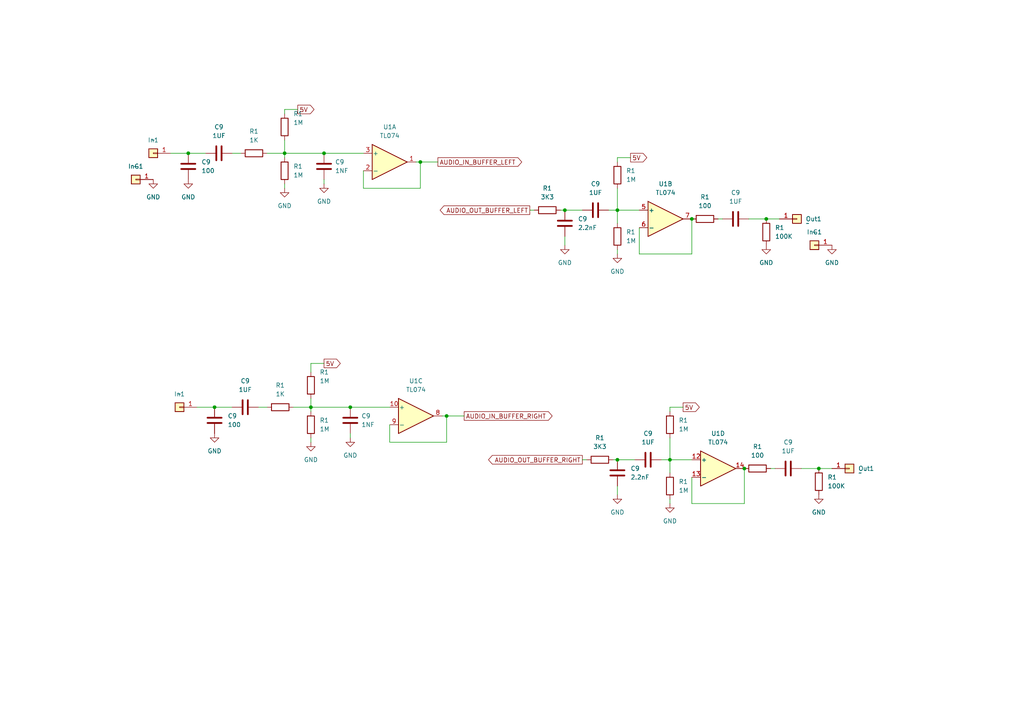
<source format=kicad_sch>
(kicad_sch (version 20230121) (generator eeschema)
  (paper "A4")
  (lib_symbols
    (symbol "Amplifier_Operational:TL074" (pin_names (offset 0.127))
      (property "Reference" "U" (at 0 5.08 0))
      (property "Value" "TL074" (at 0 -5.08 0))
      (symbol "TL074_1_1"
        (polyline (pts (xy -5.08 5.08) (xy 5.08 0) (xy -5.08 -5.08) (xy -5.08 5.08)) (stroke (width 0.254)) (fill (type background)))
        (pin output line (at 7.62 0 180) (length 2.54) (name "~") (number "1"))
        (pin input line (at -7.62 -2.54 0) (length 2.54) (name "-") (number "2"))
        (pin input line (at -7.62 2.54 0) (length 2.54) (name "+") (number "3"))
      )
      (symbol "TL074_2_1"
        (polyline (pts (xy -5.08 5.08) (xy 5.08 0) (xy -5.08 -5.08) (xy -5.08 5.08)) (stroke (width 0.254)) (fill (type background)))
        (pin input line (at -7.62 2.54 0) (length 2.54) (name "+") (number "5"))
        (pin input line (at -7.62 -2.54 0) (length 2.54) (name "-") (number "6"))
        (pin output line (at 7.62 0 180) (length 2.54) (name "~") (number "7"))
      )
      (symbol "TL074_3_1"
        (polyline (pts (xy -5.08 5.08) (xy 5.08 0) (xy -5.08 -5.08) (xy -5.08 5.08)) (stroke (width 0.254)) (fill (type background)))
        (pin input line (at -7.62 2.54 0) (length 2.54) (name "+") (number "10"))
        (pin output line (at 7.62 0 180) (length 2.54) (name "~") (number "8"))
        (pin input line (at -7.62 -2.54 0) (length 2.54) (name "-") (number "9"))
      )
      (symbol "TL074_4_1"
        (polyline (pts (xy -5.08 5.08) (xy 5.08 0) (xy -5.08 -5.08) (xy -5.08 5.08)) (stroke (width 0.254)) (fill (type background)))
        (pin input line (at -7.62 2.54 0) (length 2.54) (name "+") (number "12"))
        (pin input line (at -7.62 -2.54 0) (length 2.54) (name "-") (number "13"))
        (pin output line (at 7.62 0 180) (length 2.54) (name "~") (number "14"))
      )
      (symbol "TL074_5_1"
        (pin power_in line (at -2.54 -7.62 90) (length 3.81) (name "V-") (number "11"))
        (pin power_in line (at -2.54 7.62 270) (length 3.81) (name "V+") (number "4"))
      )
    )
    (symbol "Connector_Generic:Conn_01x01" (pin_names (offset 1.016) hide)
      (property "Reference" "J" (at 0 2.54 0))
      (property "Value" "Conn_01x01" (at 0 -2.54 0))
      (symbol "Conn_01x01_1_1"
        (rectangle (start -1.27 0.127) (end 0 -0.127) (stroke (width 0.1524)))
        (rectangle (start -1.27 1.27) (end 1.27 -1.27) (stroke (width 0.254)) (fill (type background)))
        (pin passive line (at -5.08 0 0) (length 3.81) (name "Pin_1") (number "1"))
      )
    )
    (symbol "Device:C" (pin_numbers hide) (pin_names (offset 0.254))
      (property "Reference" "C" (at 0.635 2.54 0))
      (property "Value" "C" (at 0.635 -2.54 0))
      (symbol "C_0_1"
        (polyline (pts (xy -2.032 -0.762) (xy 2.032 -0.762)) (stroke (width 0.508)))
        (polyline (pts (xy -2.032 0.762) (xy 2.032 0.762)) (stroke (width 0.508)))
      )
      (symbol "C_1_1"
        (pin passive line (at 0 3.81 270) (length 2.794) (name "~") (number "1"))
        (pin passive line (at 0 -3.81 90) (length 2.794) (name "~") (number "2"))
      )
    )
    (symbol "Device:R" (pin_numbers hide) (pin_names (offset 0))
      (property "Reference" "R" (at 2.032 0 90))
      (property "Value" "R" (at 0 0 90))
      (symbol "R_0_1"
        (rectangle (start -1.016 -2.54) (end 1.016 2.54) (stroke (width 0.254)))
      )
      (symbol "R_1_1"
        (pin passive line (at 0 3.81 270) (length 1.27) (name "~") (number "1"))
        (pin passive line (at 0 -3.81 90) (length 1.27) (name "~") (number "2"))
      )
    )
    (symbol "power:GND" (power) (pin_names (offset 0))
      (property "Value" "GND" (at 0 -3.81 0))
      (symbol "GND_0_1"
        (polyline (pts (xy 0 0) (xy 0 -1.27) (xy 1.27 -1.27) (xy 0 -2.54) (xy -1.27 -1.27) (xy 0 -1.27)))
      )
      (symbol "GND_1_1"
        (pin power_in line (at 0 0 270) (length 0) hide (name "GND") (number "1"))
      )
    )
  )
  (junction (at 163.83 60.96))
  (junction (at 90.17 118.11))
  (junction (at 93.98 44.45))
  (junction (at 101.6 118.11))
  (junction (at 179.07 133.35))
  (junction (at 237.49 135.89))
  (junction (at 200.66 63.5))
  (junction (at 222.25 63.5))
  (junction (at 215.9 135.89))
  (junction (at 121.92 46.99))
  (junction (at 82.55 44.45))
  (junction (at 54.61 44.45))
  (junction (at 62.23 118.11))
  (junction (at 179.07 60.96))
  (junction (at 129.54 120.65))
  (junction (at 194.31 133.35))
  (wire (pts (xy 179.07 54.61) (xy 179.07 60.96)))
  (wire (pts (xy 90.17 105.41) (xy 93.98 105.41)))
  (wire (pts (xy 77.47 44.45) (xy 82.55 44.45)))
  (wire (pts (xy 153.67 60.96) (xy 154.94 60.96)))
  (wire (pts (xy 232.41 135.89) (xy 237.49 135.89)))
  (wire (pts (xy 179.07 45.72) (xy 179.07 46.99)))
  (wire (pts (xy 163.83 68.58) (xy 163.83 71.12)))
  (wire (pts (xy 194.31 144.78) (xy 194.31 146.05)))
  (wire (pts (xy 185.42 66.04) (xy 185.42 73.66)))
  (wire (pts (xy 105.41 54.61) (xy 121.92 54.61)))
  (wire (pts (xy 121.92 54.61) (xy 121.92 46.99)))
  (wire (pts (xy 168.91 133.35) (xy 170.18 133.35)))
  (wire (pts (xy 93.98 44.45) (xy 105.41 44.45)))
  (wire (pts (xy 217.17 63.5) (xy 222.25 63.5)))
  (wire (pts (xy 101.6 125.73) (xy 101.6 127)))
  (wire (pts (xy 82.55 31.75) (xy 86.36 31.75)))
  (wire (pts (xy 237.49 135.89) (xy 241.3 135.89)))
  (wire (pts (xy 128.27 120.65) (xy 129.54 120.65)))
  (wire (pts (xy 129.54 120.65) (xy 134.62 120.65)))
  (wire (pts (xy 191.77 133.35) (xy 194.31 133.35)))
  (wire (pts (xy 90.17 118.11) (xy 101.6 118.11)))
  (wire (pts (xy 215.9 135.89) (xy 215.9 146.05)))
  (wire (pts (xy 129.54 128.27) (xy 129.54 120.65)))
  (wire (pts (xy 200.66 138.43) (xy 200.66 146.05)))
  (wire (pts (xy 179.07 133.35) (xy 184.15 133.35)))
  (wire (pts (xy 179.07 140.97) (xy 179.07 143.51)))
  (wire (pts (xy 90.17 105.41) (xy 90.17 107.95)))
  (wire (pts (xy 101.6 118.11) (xy 113.03 118.11)))
  (wire (pts (xy 82.55 40.64) (xy 82.55 44.45)))
  (wire (pts (xy 222.25 63.5) (xy 226.06 63.5)))
  (wire (pts (xy 179.07 60.96) (xy 179.07 64.77)))
  (wire (pts (xy 49.53 44.45) (xy 54.61 44.45)))
  (wire (pts (xy 177.8 133.35) (xy 179.07 133.35)))
  (wire (pts (xy 90.17 127) (xy 90.17 128.27)))
  (wire (pts (xy 90.17 115.57) (xy 90.17 118.11)))
  (wire (pts (xy 200.66 63.5) (xy 200.66 73.66)))
  (wire (pts (xy 185.42 73.66) (xy 200.66 73.66)))
  (wire (pts (xy 113.03 123.19) (xy 113.03 128.27)))
  (wire (pts (xy 194.31 133.35) (xy 194.31 137.16)))
  (wire (pts (xy 82.55 53.34) (xy 82.55 54.61)))
  (wire (pts (xy 208.28 63.5) (xy 209.55 63.5)))
  (wire (pts (xy 179.07 60.96) (xy 185.42 60.96)))
  (wire (pts (xy 194.31 118.11) (xy 194.31 119.38)))
  (wire (pts (xy 85.09 118.11) (xy 90.17 118.11)))
  (wire (pts (xy 82.55 44.45) (xy 82.55 45.72)))
  (wire (pts (xy 57.15 118.11) (xy 62.23 118.11)))
  (wire (pts (xy 74.93 118.11) (xy 77.47 118.11)))
  (wire (pts (xy 105.41 49.53) (xy 105.41 54.61)))
  (wire (pts (xy 162.56 60.96) (xy 163.83 60.96)))
  (wire (pts (xy 121.92 46.99) (xy 127 46.99)))
  (wire (pts (xy 90.17 118.11) (xy 90.17 119.38)))
  (wire (pts (xy 67.31 44.45) (xy 69.85 44.45)))
  (wire (pts (xy 163.83 60.96) (xy 168.91 60.96)))
  (wire (pts (xy 179.07 72.39) (xy 179.07 73.66)))
  (wire (pts (xy 200.66 146.05) (xy 215.9 146.05)))
  (wire (pts (xy 113.03 128.27) (xy 129.54 128.27)))
  (wire (pts (xy 120.65 46.99) (xy 121.92 46.99)))
  (wire (pts (xy 82.55 31.75) (xy 82.55 33.02)))
  (wire (pts (xy 194.31 127) (xy 194.31 133.35)))
  (wire (pts (xy 176.53 60.96) (xy 179.07 60.96)))
  (wire (pts (xy 93.98 52.07) (xy 93.98 53.34)))
  (wire (pts (xy 179.07 45.72) (xy 182.88 45.72)))
  (wire (pts (xy 194.31 118.11) (xy 198.12 118.11)))
  (wire (pts (xy 82.55 44.45) (xy 93.98 44.45)))
  (wire (pts (xy 194.31 133.35) (xy 200.66 133.35)))
  (wire (pts (xy 223.52 135.89) (xy 224.79 135.89)))
  (wire (pts (xy 62.23 118.11) (xy 67.31 118.11)))
  (wire (pts (xy 54.61 44.45) (xy 59.69 44.45)))
  (global_label "AUDIO_IN_BUFFER_LEFT" (shape output) (at 127 46.99 0) (property "Intersheetrefs" "${INTERSHEET_REFS}" (effects hide)))
  (global_label "5V" (shape output) (at 198.12 118.11 0) (property "Intersheetrefs" "${INTERSHEET_REFS}" (effects hide)))
  (global_label "5V" (shape output) (at 86.36 31.75 0) (property "Intersheetrefs" "${INTERSHEET_REFS}" (effects hide)))
  (global_label "5V" (shape output) (at 93.98 105.41 0) (property "Intersheetrefs" "${INTERSHEET_REFS}" (effects hide)))
  (global_label "AUDIO_IN_BUFFER_RIGHT" (shape output) (at 134.62 120.65 0) (property "Intersheetrefs" "${INTERSHEET_REFS}" (effects hide)))
  (global_label "AUDIO_OUT_BUFFER_RIGHT" (shape output) (at 168.91 133.35 180) (property "Intersheetrefs" "${INTERSHEET_REFS}" (effects hide)))
  (global_label "5V" (shape output) (at 182.88 45.72 0) (property "Intersheetrefs" "${INTERSHEET_REFS}" (effects hide)))
  (global_label "AUDIO_OUT_BUFFER_LEFT" (shape output) (at 153.67 60.96 180) (property "Intersheetrefs" "${INTERSHEET_REFS}" (effects hide)))
  (symbol (lib_id "power:GND") (at 44.45 52.07 0) (mirror y) (unit 1)
    (property "Reference" "#PWR034" (effects hide))
    (property "Value" "GND" (at 44.45 57.15 0))
    (instances (project "DaisySeedPedal1590b" (path "" (reference "#PWR034") (unit 1)) (path "" (reference "#PWR020") (unit 1))) (project "LPB1_Boost" (path "" (reference "#PWR05") (unit 1))) (project "Controls" (path "" (reference "#PWR034") (unit 1))) (project "funbox_v2" (path "" (reference "#PWR011") (unit 1)) (path "" (reference "#PWR05") (unit 1))))
  )
  (symbol (lib_id "Device:C") (at 163.83 64.77 0) (unit 1)
    (property "Reference" "C9" (at 167.64 63.5 0) (effects (justify left)))
    (property "Value" "2.2nF" (at 167.64 66.04 0) (effects (justify left)))
    (property "Footprint" "Capacitor_THT:C_Rect_L7.0mm_W2.5mm_P5.00mm" (effects hide))
    (instances (project "DaisySeedPedal1590b" (path "" (reference "C9") (unit 1))) (project "funbox_v2" (path "" (reference "C12") (unit 1)) (path "" (reference "C4") (unit 1))))
  )
  (symbol (lib_id "power:GND") (at 222.25 71.12 0) (unit 1)
    (property "Reference" "#PWR09" (effects hide))
    (property "Value" "GND" (at 222.25 76.2 0))
    (instances (project "DaisySeedPedal1590b" (path "" (reference "#PWR09") (unit 1))) (project "funbox_v2" (path "" (reference "#PWR010") (unit 1)) (path "" (reference "#PWR031") (unit 1))))
  )
  (symbol (lib_id "Device:C") (at 63.5 44.45 90) (unit 1)
    (property "Reference" "C9" (at 63.5 36.83 90))
    (property "Value" "1UF" (at 63.5 39.37 90))
    (property "Footprint" "Capacitor_THT:C_Rect_L7.0mm_W6.0mm_P5.00mm" (effects hide))
    (instances (project "DaisySeedPedal1590b" (path "" (reference "C9") (unit 1))) (project "funbox_v2" (path "" (reference "C1") (unit 1)) (path "" (reference "C11") (unit 1))))
  )
  (symbol (lib_id "Device:R") (at 194.31 123.19 0) (unit 1)
    (property "Reference" "R1" (at 196.85 121.9199 0) (effects (justify left)))
    (property "Value" "1M" (at 196.85 124.4599 0) (effects (justify left)))
    (property "Footprint" "Resistor_THT:R_Axial_DIN0207_L6.3mm_D2.5mm_P7.62mm_Horizontal" (effects hide))
    (instances (project "DaisySeedPedal1590b" (path "" (reference "R1") (unit 1))) (project "funbox_v2" (path "" (reference "R13") (unit 1)) (path "" (reference "R5") (unit 1))))
  )
  (symbol (lib_id "Amplifier_Operational:TL074") (at 113.03 46.99 0) (unit 1)
    (property "Reference" "U1" (at 113.03 36.83 0))
    (property "Value" "TL074" (at 113.03 39.37 0))
    (property "Footprint" "Package_DIP:DIP-14_W7.62mm" (effects hide))
    (property "Datasheet" "http://www.ti.com/lit/ds/symlink/tl071.pdf" (effects hide))
  )
  (symbol (lib_id "Device:R") (at 158.75 60.96 90) (unit 1)
    (property "Reference" "R1" (at 158.75 54.61 90))
    (property "Value" "3K3" (at 158.75 57.15 90))
    (property "Footprint" "Resistor_THT:R_Axial_DIN0207_L6.3mm_D2.5mm_P7.62mm_Horizontal" (effects hide))
    (instances (project "DaisySeedPedal1590b" (path "" (reference "R1") (unit 1))) (project "funbox_v2" (path "" (reference "R11") (unit 1)) (path "" (reference "R2") (unit 1))))
  )
  (symbol (lib_id "Device:R") (at 237.49 139.7 180) (unit 1)
    (property "Reference" "R1" (at 240.03 138.43 0) (effects (justify right)))
    (property "Value" "100K" (at 240.03 140.97 0) (effects (justify right)))
    (property "Footprint" "Resistor_THT:R_Axial_DIN0207_L6.3mm_D2.5mm_P7.62mm_Horizontal" (effects hide))
    (instances (project "DaisySeedPedal1590b" (path "" (reference "R1") (unit 1))) (project "funbox_v2" (path "" (reference "R18") (unit 1)) (path "" (reference "R17") (unit 1))))
  )
  (symbol (lib_id "Device:R") (at 173.99 133.35 90) (unit 1)
    (property "Reference" "R1" (at 173.99 127 90))
    (property "Value" "3K3" (at 173.99 129.54 90))
    (property "Footprint" "Resistor_THT:R_Axial_DIN0207_L6.3mm_D2.5mm_P7.62mm_Horizontal" (effects hide))
    (instances (project "DaisySeedPedal1590b" (path "" (reference "R1") (unit 1))) (project "funbox_v2" (path "" (reference "R10") (unit 1)) (path "" (reference "R1") (unit 1))))
  )
  (symbol (lib_id "power:GND") (at 194.31 146.05 0) (unit 1)
    (property "Reference" "#PWR09" (effects hide))
    (property "Value" "GND" (at 194.31 151.13 0))
    (instances (project "DaisySeedPedal1590b" (path "" (reference "#PWR09") (unit 1))) (project "funbox_v2" (path "" (reference "#PWR027") (unit 1)) (path "" (reference "#PWR010") (unit 1))))
  )
  (symbol (lib_id "Device:C") (at 54.61 48.26 0) (unit 1)
    (property "Reference" "C9" (at 58.42 46.99 0) (effects (justify left)))
    (property "Value" "100" (at 58.42 49.53 0) (effects (justify left)))
    (property "Footprint" "Capacitor_THT:C_Rect_L7.0mm_W2.5mm_P5.00mm" (effects hide))
    (instances (project "DaisySeedPedal1590b" (path "" (reference "C9") (unit 1))) (project "funbox_v2" (path "" (reference "C2") (unit 1)) (path "" (reference "C2") (unit 1))))
  )
  (symbol (lib_id "power:GND") (at 82.55 54.61 0) (unit 1)
    (property "Reference" "#PWR09" (effects hide))
    (property "Value" "GND" (at 82.55 59.69 0))
    (instances (project "DaisySeedPedal1590b" (path "" (reference "#PWR09") (unit 1))) (project "funbox_v2" (path "" (reference "#PWR05") (unit 1)) (path "" (reference "#PWR023") (unit 1))))
  )
  (symbol (lib_id "Amplifier_Operational:TL074") (at 120.65 120.65 0) (unit 3)
    (property "Reference" "U1" (at 120.65 110.49 0))
    (property "Value" "TL074" (at 120.65 113.03 0))
    (property "Footprint" "Package_DIP:DIP-14_W7.62mm" (effects hide))
    (property "Datasheet" "http://www.ti.com/lit/ds/symlink/tl071.pdf" (effects hide))
  )
  (symbol (lib_id "Amplifier_Operational:TL074") (at 193.04 63.5 0) (unit 2)
    (property "Reference" "U1" (at 193.04 53.34 0))
    (property "Value" "TL074" (at 193.04 55.88 0))
    (property "Footprint" "Package_DIP:DIP-14_W7.62mm" (effects hide))
    (property "Datasheet" "http://www.ti.com/lit/ds/symlink/tl071.pdf" (effects hide))
  )
  (symbol (lib_id "Device:C") (at 62.23 121.92 0) (unit 1)
    (property "Reference" "C9" (at 66.04 120.65 0) (effects (justify left)))
    (property "Value" "100" (at 66.04 123.19 0) (effects (justify left)))
    (property "Footprint" "Capacitor_THT:C_Rect_L7.0mm_W2.5mm_P5.00mm" (effects hide))
    (instances (project "DaisySeedPedal1590b" (path "" (reference "C9") (unit 1))) (project "funbox_v2" (path "" (reference "C11") (unit 1)) (path "" (reference "C1") (unit 1))))
  )
  (symbol (lib_id "Device:C") (at 101.6 121.92 180) (unit 1)
    (property "Reference" "C9" (at 104.8084 120.65 0) (effects (justify right)))
    (property "Value" "1NF" (at 104.8084 123.19 0) (effects (justify right)))
    (property "Footprint" "Capacitor_THT:C_Rect_L7.0mm_W2.5mm_P5.00mm" (effects hide))
    (instances (project "DaisySeedPedal1590b" (path "" (reference "C9") (unit 1))) (project "funbox_v2" (path "" (reference "C16") (unit 1)) (path "" (reference "C14") (unit 1))))
  )
  (symbol (lib_id "power:GND") (at 237.49 143.51 0) (unit 1)
    (property "Reference" "#PWR09" (effects hide))
    (property "Value" "GND" (at 237.49 148.59 0))
    (instances (project "DaisySeedPedal1590b" (path "" (reference "#PWR09") (unit 1))) (project "funbox_v2" (path "" (reference "#PWR037") (unit 1)) (path "" (reference "#PWR029") (unit 1))))
  )
  (symbol (lib_id "power:GND") (at 163.83 71.12 0) (unit 1)
    (property "Reference" "#PWR09" (effects hide))
    (property "Value" "GND" (at 163.83 76.2 0))
  )
  (symbol (lib_id "power:GND") (at 62.23 125.73 0) (unit 1)
    (property "Reference" "#PWR09" (effects hide))
    (property "Value" "GND" (at 62.23 130.81 0))
    (instances (project "DaisySeedPedal1590b" (path "" (reference "#PWR09") (unit 1))) (project "funbox_v2" (path "" (reference "#PWR023") (unit 1)) (path "" (reference "#PWR06") (unit 1))))
  )
  (symbol (lib_id "Connector_Generic:Conn_01x01") (at 52.07 118.11 180) (unit 1)
    (property "Reference" "In1" (at 52.07 114.3 0))
    (property "Value" "~" (at 52.07 114.3 0))
    (property "Footprint" "TestPoint:TestPoint_THTPad_D2.0mm_Drill1.0mm" (effects hide))
    (instances (project "LPB1_Boost" (path "" (reference "In1") (unit 1))) (project "funbox_v2" (path "" (reference "In2") (unit 1)) (path "" (reference "In1") (unit 1))))
  )
  (symbol (lib_id "Device:R") (at 204.47 63.5 90) (unit 1)
    (property "Reference" "R1" (at 204.47 57.15 90))
    (property "Value" "100" (at 204.47 59.69 90))
    (property "Footprint" "Resistor_THT:R_Axial_DIN0207_L6.3mm_D2.5mm_P7.62mm_Horizontal" (effects hide))
    (instances (project "DaisySeedPedal1590b" (path "" (reference "R1") (unit 1))) (project "funbox_v2" (path "" (reference "R4") (unit 1)) (path "" (reference "R16") (unit 1))))
  )
  (symbol (lib_id "Connector_Generic:Conn_01x01") (at 246.38 135.89 0) (unit 1)
    (property "Reference" "Out1" (at 248.92 135.89 0) (effects (justify left)))
    (property "Value" "~" (at 248.92 137.16 0) (effects (justify left)))
    (property "Footprint" "TestPoint:TestPoint_THTPad_D2.0mm_Drill1.0mm" (effects hide))
    (instances (project "LPB1_Boost" (path "" (reference "Out1") (unit 1))) (project "funbox_v2" (path "" (reference "Out2") (unit 1)) (path "" (reference "Out1") (unit 1))))
  )
  (symbol (lib_id "Connector_Generic:Conn_01x01") (at 44.45 44.45 180) (unit 1)
    (property "Reference" "In1" (at 44.45 40.64 0))
    (property "Value" "~" (at 44.45 40.64 0))
    (property "Footprint" "TestPoint:TestPoint_THTPad_D2.0mm_Drill1.0mm" (effects hide))
    (instances (project "LPB1_Boost" (path "" (reference "In1") (unit 1))) (project "funbox_v2" (path "" (reference "In1") (unit 1)) (path "" (reference "In2") (unit 1))))
  )
  (symbol (lib_id "Device:R") (at 82.55 49.53 0) (unit 1)
    (property "Reference" "R1" (at 85.09 48.2599 0) (effects (justify left)))
    (property "Value" "1M" (at 85.09 50.7999 0) (effects (justify left)))
    (property "Footprint" "Resistor_THT:R_Axial_DIN0207_L6.3mm_D2.5mm_P7.62mm_Horizontal" (effects hide))
    (instances (project "DaisySeedPedal1590b" (path "" (reference "R1") (unit 1))) (project "funbox_v2" (path "" (reference "R1") (unit 1)) (path "" (reference "R14") (unit 1))))
  )
  (symbol (lib_id "power:GND") (at 101.6 127 0) (unit 1)
    (property "Reference" "#PWR09" (effects hide))
    (property "Value" "GND" (at 101.6 132.08 0))
    (instances (project "DaisySeedPedal1590b" (path "" (reference "#PWR09") (unit 1))) (project "funbox_v2" (path "" (reference "#PWR031") (unit 1)) (path "" (reference "#PWR025") (unit 1))))
  )
  (symbol (lib_id "Device:R") (at 179.07 50.8 0) (unit 1)
    (property "Reference" "R1" (at 181.61 49.5299 0) (effects (justify left)))
    (property "Value" "1M" (at 181.61 52.0699 0) (effects (justify left)))
    (property "Footprint" "Resistor_THT:R_Axial_DIN0207_L6.3mm_D2.5mm_P7.62mm_Horizontal" (effects hide))
    (instances (project "DaisySeedPedal1590b" (path "" (reference "R1") (unit 1))) (project "funbox_v2" (path "" (reference "R5") (unit 1)) (path "" (reference "R7") (unit 1))))
  )
  (symbol (lib_id "Connector_Generic:Conn_01x01") (at 236.22 71.12 180) (unit 1)
    (property "Reference" "InG1" (at 236.22 67.31 0))
    (property "Value" "~" (at 236.22 67.31 0))
    (property "Footprint" "TestPoint:TestPoint_THTPad_D2.0mm_Drill1.0mm" (effects hide))
    (instances (project "LPB1_Boost" (path "" (reference "InG1") (unit 1))) (project "funbox_v2" (path "" (reference "OutG1") (unit 1)) (path "" (reference "InG2") (unit 1))))
  )
  (symbol (lib_id "Device:C") (at 187.96 133.35 90) (unit 1)
    (property "Reference" "C9" (at 187.96 125.73 90))
    (property "Value" "1UF" (at 187.96 128.27 90))
    (property "Footprint" "Capacitor_THT:C_Rect_L7.0mm_W6.0mm_P5.00mm" (effects hide))
    (instances (project "DaisySeedPedal1590b" (path "" (reference "C9") (unit 1))) (project "funbox_v2" (path "" (reference "C15") (unit 1)) (path "" (reference "C12") (unit 1))))
  )
  (symbol (lib_id "Device:C") (at 172.72 60.96 90) (unit 1)
    (property "Reference" "C9" (at 172.72 53.34 90))
    (property "Value" "1UF" (at 172.72 55.88 90))
    (property "Footprint" "Capacitor_THT:C_Rect_L7.0mm_W6.0mm_P5.00mm" (effects hide))
    (instances (project "DaisySeedPedal1590b" (path "" (reference "C9") (unit 1))) (project "funbox_v2" (path "" (reference "C4") (unit 1)) (path "" (reference "C13") (unit 1))))
  )
  (symbol (lib_id "power:GND") (at 241.3 71.12 0) (mirror y) (unit 1)
    (property "Reference" "#PWR034" (effects hide))
    (property "Value" "GND" (at 241.3 76.2 0))
    (instances (project "DaisySeedPedal1590b" (path "" (reference "#PWR034") (unit 1)) (path "" (reference "#PWR020") (unit 1))) (project "LPB1_Boost" (path "" (reference "#PWR05") (unit 1))) (project "Controls" (path "" (reference "#PWR034") (unit 1))) (project "funbox_v2" (path "" (reference "#PWR012") (unit 1)) (path "" (reference "#PWR037") (unit 1))))
  )
  (symbol (lib_id "Connector_Generic:Conn_01x01") (at 39.37 52.07 180) (unit 1)
    (property "Reference" "InG1" (at 39.37 48.26 0))
    (property "Value" "~" (at 39.37 48.26 0))
    (property "Footprint" "TestPoint:TestPoint_THTPad_D2.0mm_Drill1.0mm" (effects hide))
  )
  (symbol (lib_id "Connector_Generic:Conn_01x01") (at 231.14 63.5 0) (unit 1)
    (property "Reference" "Out1" (at 233.68 63.5 0) (effects (justify left)))
    (property "Value" "~" (at 233.68 64.77 0) (effects (justify left)))
    (property "Footprint" "TestPoint:TestPoint_THTPad_D2.0mm_Drill1.0mm" (effects hide))
    (instances (project "LPB1_Boost" (path "" (reference "Out1") (unit 1))) (project "funbox_v2" (path "" (reference "Out1") (unit 1)) (path "" (reference "Out2") (unit 1))))
  )
  (symbol (lib_id "Device:R") (at 90.17 111.76 0) (unit 1)
    (property "Reference" "R1" (at 92.71 107.95 0) (effects (justify left)))
    (property "Value" "1M" (at 92.71 110.49 0) (effects (justify left)))
    (property "Footprint" "Resistor_THT:R_Axial_DIN0207_L6.3mm_D2.5mm_P7.62mm_Horizontal" (effects hide))
    (instances (project "DaisySeedPedal1590b" (path "" (reference "R1") (unit 1))) (project "funbox_v2" (path "" (reference "R15") (unit 1)) (path "" (reference "R11") (unit 1))))
  )
  (symbol (lib_id "Device:R") (at 73.66 44.45 90) (unit 1)
    (property "Reference" "R1" (at 73.66 38.1 90))
    (property "Value" "1K" (at 73.66 40.64 90))
    (property "Footprint" "Resistor_THT:R_Axial_DIN0207_L6.3mm_D2.5mm_P7.62mm_Horizontal" (effects hide))
    (instances (project "DaisySeedPedal1590b" (path "" (reference "R1") (unit 1))) (project "funbox_v2" (path "" (reference "R3") (unit 1)) (path "" (reference "R4") (unit 1))))
  )
  (symbol (lib_id "Device:R") (at 90.17 123.19 0) (unit 1)
    (property "Reference" "R1" (at 92.71 121.9199 0) (effects (justify left)))
    (property "Value" "1M" (at 92.71 124.4599 0) (effects (justify left)))
    (property "Footprint" "Resistor_THT:R_Axial_DIN0207_L6.3mm_D2.5mm_P7.62mm_Horizontal" (effects hide))
    (instances (project "DaisySeedPedal1590b" (path "" (reference "R1") (unit 1))) (project "funbox_v2" (path "" (reference "R16") (unit 1)) (path "" (reference "R12") (unit 1))))
  )
  (symbol (lib_id "power:GND") (at 179.07 143.51 0) (unit 1)
    (property "Reference" "#PWR09" (effects hide))
    (property "Value" "GND" (at 179.07 148.59 0))
    (instances (project "DaisySeedPedal1590b" (path "" (reference "#PWR09") (unit 1))) (project "funbox_v2" (path "" (reference "#PWR025") (unit 1)) (path "" (reference "#PWR08") (unit 1))))
  )
  (symbol (lib_id "Amplifier_Operational:TL074") (at 208.28 135.89 0) (unit 4)
    (property "Reference" "U1" (at 208.28 125.73 0))
    (property "Value" "TL074" (at 208.28 128.27 0))
    (property "Footprint" "Package_DIP:DIP-14_W7.62mm" (effects hide))
    (property "Datasheet" "http://www.ti.com/lit/ds/symlink/tl071.pdf" (effects hide))
  )
  (symbol (lib_id "Device:R") (at 222.25 67.31 180) (unit 1)
    (property "Reference" "R1" (at 224.79 66.04 0) (effects (justify right)))
    (property "Value" "100K" (at 224.79 68.58 0) (effects (justify right)))
    (property "Footprint" "Resistor_THT:R_Axial_DIN0207_L6.3mm_D2.5mm_P7.62mm_Horizontal" (effects hide))
    (instances (project "DaisySeedPedal1590b" (path "" (reference "R1") (unit 1))) (project "funbox_v2" (path "" (reference "R7") (unit 1)) (path "" (reference "R18") (unit 1))))
  )
  (symbol (lib_id "power:GND") (at 179.07 73.66 0) (unit 1)
    (property "Reference" "#PWR09" (effects hide))
    (property "Value" "GND" (at 179.07 78.74 0))
    (instances (project "DaisySeedPedal1590b" (path "" (reference "#PWR09") (unit 1))) (project "funbox_v2" (path "" (reference "#PWR08") (unit 1)) (path "" (reference "#PWR011") (unit 1))))
  )
  (symbol (lib_id "power:GND") (at 54.61 52.07 0) (unit 1)
    (property "Reference" "#PWR09" (effects hide))
    (property "Value" "GND" (at 54.61 57.15 0))
    (instances (project "DaisySeedPedal1590b" (path "" (reference "#PWR09") (unit 1))) (project "funbox_v2" (path "" (reference "#PWR06") (unit 1)) (path "" (reference "#PWR07") (unit 1))))
  )
  (symbol (lib_id "Device:C") (at 179.07 137.16 0) (unit 1)
    (property "Reference" "C9" (at 182.88 135.89 0) (effects (justify left)))
    (property "Value" "2.2nF" (at 182.88 138.43 0) (effects (justify left)))
    (property "Footprint" "Capacitor_THT:C_Rect_L7.0mm_W2.5mm_P5.00mm" (effects hide))
    (instances (project "DaisySeedPedal1590b" (path "" (reference "C9") (unit 1))) (project "funbox_v2" (path "" (reference "C13") (unit 1)) (path "" (reference "C3") (unit 1))))
  )
  (symbol (lib_id "Device:C") (at 213.36 63.5 270) (unit 1)
    (property "Reference" "C9" (at 213.36 55.88 90))
    (property "Value" "1UF" (at 213.36 58.42 90))
    (property "Footprint" "Capacitor_THT:C_Rect_L7.0mm_W6.0mm_P5.00mm" (effects hide))
    (instances (project "DaisySeedPedal1590b" (path "" (reference "C9") (unit 1))) (project "funbox_v2" (path "" (reference "C5") (unit 1)) (path "" (reference "C17") (unit 1))))
  )
  (symbol (lib_id "Device:C") (at 228.6 135.89 270) (unit 1)
    (property "Reference" "C9" (at 228.6 128.27 90))
    (property "Value" "1UF" (at 228.6 130.81 90))
    (property "Footprint" "Capacitor_THT:C_Rect_L7.0mm_W6.0mm_P5.00mm" (effects hide))
    (instances (project "DaisySeedPedal1590b" (path "" (reference "C9") (unit 1))) (project "funbox_v2" (path "" (reference "C17") (unit 1)) (path "" (reference "C16") (unit 1))))
  )
  (symbol (lib_id "Device:R") (at 194.31 140.97 0) (unit 1)
    (property "Reference" "R1" (at 196.85 139.6999 0) (effects (justify left)))
    (property "Value" "1M" (at 196.85 142.2399 0) (effects (justify left)))
    (property "Footprint" "Resistor_THT:R_Axial_DIN0207_L6.3mm_D2.5mm_P7.62mm_Horizontal" (effects hide))
    (instances (project "DaisySeedPedal1590b" (path "" (reference "R1") (unit 1))) (project "funbox_v2" (path "" (reference "R14") (unit 1)) (path "" (reference "R6") (unit 1))))
  )
  (symbol (lib_id "Device:R") (at 81.28 118.11 90) (unit 1)
    (property "Reference" "R1" (at 81.28 111.76 90))
    (property "Value" "1K" (at 81.28 114.3 90))
    (property "Footprint" "Resistor_THT:R_Axial_DIN0207_L6.3mm_D2.5mm_P7.62mm_Horizontal" (effects hide))
    (instances (project "DaisySeedPedal1590b" (path "" (reference "R1") (unit 1))) (project "funbox_v2" (path "" (reference "R12") (unit 1)) (path "" (reference "R3") (unit 1))))
  )
  (symbol (lib_id "Device:R") (at 219.71 135.89 90) (unit 1)
    (property "Reference" "R1" (at 219.71 129.54 90))
    (property "Value" "100" (at 219.71 132.08 90))
    (property "Footprint" "Resistor_THT:R_Axial_DIN0207_L6.3mm_D2.5mm_P7.62mm_Horizontal" (effects hide))
    (instances (project "DaisySeedPedal1590b" (path "" (reference "R1") (unit 1))) (project "funbox_v2" (path "" (reference "R17") (unit 1)) (path "" (reference "R15") (unit 1))))
  )
  (symbol (lib_id "Device:R") (at 179.07 68.58 0) (unit 1)
    (property "Reference" "R1" (at 181.61 67.3099 0) (effects (justify left)))
    (property "Value" "1M" (at 181.61 69.8499 0) (effects (justify left)))
    (property "Footprint" "Resistor_THT:R_Axial_DIN0207_L6.3mm_D2.5mm_P7.62mm_Horizontal" (effects hide))
    (instances (project "DaisySeedPedal1590b" (path "" (reference "R1") (unit 1))) (project "funbox_v2" (path "" (reference "R6") (unit 1)) (path "" (reference "R10") (unit 1))))
  )
  (symbol (lib_id "power:GND") (at 93.98 53.34 0) (unit 1)
    (property "Reference" "#PWR09" (effects hide))
    (property "Value" "GND" (at 93.98 58.42 0))
    (instances (project "DaisySeedPedal1590b" (path "" (reference "#PWR09") (unit 1))) (project "funbox_v2" (path "" (reference "#PWR07") (unit 1)) (path "" (reference "#PWR027") (unit 1))))
  )
  (symbol (lib_id "power:GND") (at 90.17 128.27 0) (unit 1)
    (property "Reference" "#PWR09" (effects hide))
    (property "Value" "GND" (at 90.17 133.35 0))
    (instances (project "DaisySeedPedal1590b" (path "" (reference "#PWR09") (unit 1))) (project "funbox_v2" (path "" (reference "#PWR029") (unit 1)) (path "" (reference "#PWR012") (unit 1))))
  )
  (symbol (lib_id "Device:R") (at 82.55 36.83 0) (unit 1)
    (property "Reference" "R1" (at 85.09 33.02 0) (effects (justify left)))
    (property "Value" "1M" (at 85.09 35.56 0) (effects (justify left)))
    (property "Footprint" "Resistor_THT:R_Axial_DIN0207_L6.3mm_D2.5mm_P7.62mm_Horizontal" (effects hide))
    (instances (project "DaisySeedPedal1590b" (path "" (reference "R1") (unit 1))) (project "funbox_v2" (path "" (reference "R2") (unit 1)) (path "" (reference "R13") (unit 1))))
  )
  (symbol (lib_id "Device:C") (at 93.98 48.26 180) (unit 1)
    (property "Reference" "C9" (at 97.1884 46.99 0) (effects (justify right)))
    (property "Value" "1NF" (at 97.1884 49.53 0) (effects (justify right)))
    (property "Footprint" "Capacitor_THT:C_Rect_L7.0mm_W2.5mm_P5.00mm" (effects hide))
    (instances (project "DaisySeedPedal1590b" (path "" (reference "C9") (unit 1))) (project "funbox_v2" (path "" (reference "C3") (unit 1)) (path "" (reference "C15") (unit 1))))
  )
  (symbol (lib_id "Device:C") (at 71.12 118.11 90) (unit 1)
    (property "Reference" "C9" (at 71.12 110.49 90))
    (property "Value" "1UF" (at 71.12 113.03 90))
    (property "Footprint" "Capacitor_THT:C_Rect_L7.0mm_W6.0mm_P5.00mm" (effects hide))
    (instances (project "DaisySeedPedal1590b" (path "" (reference "C9") (unit 1))) (project "funbox_v2" (path "" (reference "C14") (unit 1)) (path "" (reference "C5") (unit 1))))
  )
)
</source>
